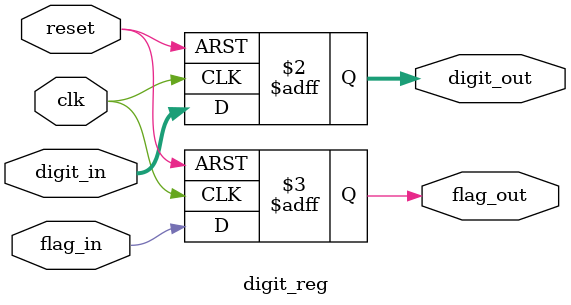
<source format=v>

module digit_reg (
    reset,
    clk,
    digit_in,
    digit_out,
    flag_in,
    flag_out
    ) ;
 
/*
 *
 *  @(#) digit_reg.v 15.1@(#)
 *  4/1/96  09:09:52
 *
 */

/*
 *
 * ASCII Digit Register
 *
 * Author:  Mark A. Indovina
 *          Cadence Design Systems, Inc.
 *          CSD-IC Technology Laboratory
 *
 */

input
    reset,                // system reset
    clk ;                 // write strobe

input [7:0]
    digit_in ;                  // data input

output [7:0]
    digit_out ;                 // data output

input
    flag_in ;             // data change flag input

output
    flag_out ;            // data change flag output

reg
    flag_out ;

reg [7:0]
    digit_out ;

always @(posedge clk or posedge reset)
    if (reset)
        begin
        digit_out <= 8'hff ;
        flag_out <= 1 ;
        end
    else
        begin
        digit_out <= digit_in ;
        flag_out <= flag_in ;
        end
        
endmodule // digit_reg

</source>
